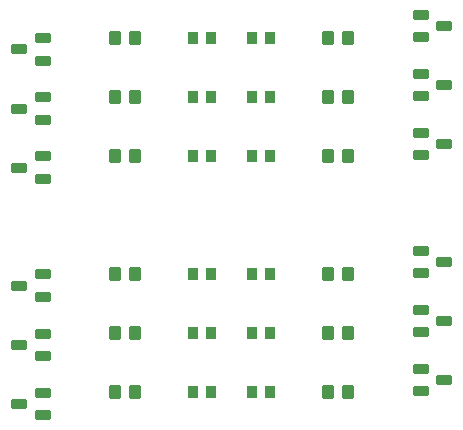
<source format=gts>
G04 Layer: TopSolderMaskLayer*
G04 EasyEDA v6.5.20, 2023-08-22 23:15:59*
G04 a67cddfb3fce44daa9051d46cbbcc19f,10*
G04 Gerber Generator version 0.2*
G04 Scale: 100 percent, Rotated: No, Reflected: No *
G04 Dimensions in millimeters *
G04 leading zeros omitted , absolute positions ,4 integer and 5 decimal *
%FSLAX45Y45*%
%MOMM*%

%AMMACRO1*1,1,$1,$2,$3*1,1,$1,$4,$5*1,1,$1,0-$2,0-$3*1,1,$1,0-$4,0-$5*20,1,$1,$2,$3,$4,$5,0*20,1,$1,$4,$5,0-$2,0-$3,0*20,1,$1,0-$2,0-$3,0-$4,0-$5,0*20,1,$1,0-$4,0-$5,$2,$3,0*4,1,4,$2,$3,$4,$5,0-$2,0-$3,0-$4,0-$5,$2,$3,0*%
%ADD10MACRO1,0.1016X-0.4032X-0.432X-0.4032X0.432*%
%ADD11MACRO1,0.1016X0.4032X-0.432X0.4032X0.432*%
%ADD12MACRO1,0.1016X0.4032X0.432X0.4032X-0.432*%
%ADD13MACRO1,0.1016X-0.4032X0.432X-0.4032X-0.432*%
%ADD14MACRO1,0.1016X0.45X0.5X0.45X-0.5*%
%ADD15MACRO1,0.1016X-0.45X-0.5X-0.45X0.5*%
%ADD16MACRO1,0.1016X-0.625X0.35X0.625X0.35*%
%ADD17MACRO1,0.1016X0.625X-0.35X-0.625X-0.35*%

%LPD*%
D10*
G01*
X2325256Y3999992D03*
D11*
G01*
X2174607Y3999992D03*
D10*
G01*
X2325256Y3499865D03*
D11*
G01*
X2174607Y3499865D03*
D10*
G01*
X2325256Y2999994D03*
D11*
G01*
X2174607Y2999994D03*
D10*
G01*
X2325256Y1999996D03*
D11*
G01*
X2174607Y1999996D03*
D10*
G01*
X2325256Y1499869D03*
D11*
G01*
X2174607Y1499869D03*
D10*
G01*
X2325256Y999997D03*
D11*
G01*
X2174607Y999997D03*
D12*
G01*
X2674733Y3999992D03*
D13*
G01*
X2825382Y3999992D03*
D12*
G01*
X2674733Y3499865D03*
D13*
G01*
X2825382Y3499865D03*
D12*
G01*
X2674733Y2999994D03*
D13*
G01*
X2825382Y2999994D03*
D12*
G01*
X2674733Y1999996D03*
D13*
G01*
X2825382Y1999996D03*
D12*
G01*
X2674733Y1499869D03*
D13*
G01*
X2825382Y1499869D03*
D12*
G01*
X2674733Y999997D03*
D13*
G01*
X2825382Y999997D03*
D14*
G01*
X1684987Y1999996D03*
G01*
X1514988Y1999996D03*
G01*
X1684987Y1499996D03*
G01*
X1514988Y1499996D03*
G01*
X1684987Y999997D03*
G01*
X1514988Y999997D03*
D15*
G01*
X3315002Y3999992D03*
G01*
X3485001Y3999992D03*
G01*
X3315002Y3499993D03*
G01*
X3485001Y3499993D03*
G01*
X3315002Y2999994D03*
G01*
X3485001Y2999994D03*
G01*
X3315002Y1999996D03*
G01*
X3485001Y1999996D03*
G01*
X3315002Y1499996D03*
G01*
X3485001Y1499996D03*
G01*
X3315002Y999997D03*
G01*
X3485001Y999997D03*
D16*
G01*
X899998Y1805000D03*
G01*
X899998Y1994990D03*
G01*
X699998Y1899994D03*
G01*
X899998Y805002D03*
G01*
X899998Y994992D03*
G01*
X699998Y899996D03*
D14*
G01*
X1684987Y3999992D03*
G01*
X1514988Y3999992D03*
G01*
X1684987Y3499993D03*
G01*
X1514988Y3499993D03*
G01*
X1684987Y2999994D03*
G01*
X1514988Y2999994D03*
D16*
G01*
X899998Y3804996D03*
G01*
X899998Y3994986D03*
G01*
X699998Y3899990D03*
G01*
X899998Y3304997D03*
G01*
X899998Y3494987D03*
G01*
X699998Y3399991D03*
G01*
X899998Y2804998D03*
G01*
X899998Y2994988D03*
G01*
X699998Y2899992D03*
D17*
G01*
X4099991Y4194987D03*
G01*
X4099991Y4004997D03*
G01*
X4299991Y4099993D03*
G01*
X4099991Y3694988D03*
G01*
X4099991Y3504998D03*
G01*
X4299991Y3599994D03*
G01*
X4099991Y3194989D03*
G01*
X4099991Y3004999D03*
G01*
X4299991Y3099995D03*
G01*
X4099991Y2194991D03*
G01*
X4099991Y2005001D03*
G01*
X4299991Y2099997D03*
G01*
X4099991Y1694992D03*
G01*
X4099991Y1505002D03*
G01*
X4299991Y1599998D03*
G01*
X4099991Y1194993D03*
G01*
X4099991Y1005003D03*
G01*
X4299991Y1099999D03*
D16*
G01*
X899998Y1305001D03*
G01*
X899998Y1494991D03*
G01*
X699998Y1399995D03*
M02*

</source>
